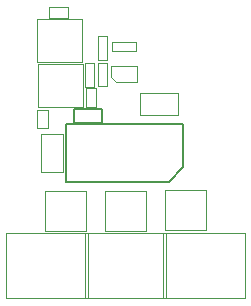
<source format=gbr>
G04 #@! TF.GenerationSoftware,KiCad,Pcbnew,(5.1.5-0)*
G04 #@! TF.CreationDate,2020-04-09T11:26:26+02:00*
G04 #@! TF.ProjectId,dxl-fan-module,64786c2d-6661-46e2-9d6d-6f64756c652e,rev?*
G04 #@! TF.SameCoordinates,Original*
G04 #@! TF.FileFunction,Other,User*
%FSLAX46Y46*%
G04 Gerber Fmt 4.6, Leading zero omitted, Abs format (unit mm)*
G04 Created by KiCad (PCBNEW (5.1.5-0)) date 2020-04-09 11:26:26*
%MOMM*%
%LPD*%
G04 APERTURE LIST*
%ADD10C,0.150000*%
%ADD11C,0.125000*%
%ADD12C,0.050000*%
G04 APERTURE END LIST*
D10*
X69850000Y-64000000D02*
X69850000Y-62800000D01*
X72250000Y-64000000D02*
X69850000Y-64000000D01*
X72250000Y-62800000D02*
X72250000Y-64000000D01*
X69850000Y-62800000D02*
X72250000Y-62800000D01*
D11*
X73437500Y-60525000D02*
X73012500Y-60150000D01*
X73437500Y-60525000D02*
X75212500Y-60525000D01*
X73012500Y-59175000D02*
X73012500Y-60150000D01*
X75212500Y-59175000D02*
X73012500Y-59175000D01*
X75212500Y-60525000D02*
X75212500Y-59175000D01*
D12*
X66812500Y-59050000D02*
X70612500Y-59050000D01*
X70612500Y-59050000D02*
X70612500Y-62650000D01*
X70612500Y-62650000D02*
X66812500Y-62650000D01*
X66812500Y-62650000D02*
X66812500Y-59050000D01*
X70588000Y-58850000D02*
X66788000Y-58850000D01*
X66788000Y-58850000D02*
X66788000Y-55250000D01*
X66788000Y-55250000D02*
X70588000Y-55250000D01*
X70588000Y-55250000D02*
X70588000Y-58850000D01*
X68980000Y-64985000D02*
X68980000Y-68185000D01*
X68980000Y-68185000D02*
X67080000Y-68185000D01*
X67080000Y-64985000D02*
X67080000Y-68185000D01*
X68980000Y-64985000D02*
X67080000Y-64985000D01*
X72712500Y-58929411D02*
X72712500Y-60929411D01*
X72712500Y-58929411D02*
X71912500Y-58929411D01*
X71912500Y-60929411D02*
X72712500Y-60929411D01*
X71912500Y-60929411D02*
X71912500Y-58929411D01*
X71912500Y-58650000D02*
X71912500Y-56650000D01*
X71912500Y-58650000D02*
X72712500Y-58650000D01*
X72712500Y-56650000D02*
X71912500Y-56650000D01*
X72712500Y-56650000D02*
X72712500Y-58650000D01*
X71612500Y-58950000D02*
X71612500Y-60950000D01*
X71612500Y-58950000D02*
X70812500Y-58950000D01*
X70812500Y-60950000D02*
X71612500Y-60950000D01*
X70812500Y-60950000D02*
X70812500Y-58950000D01*
X75112500Y-57950000D02*
X73112500Y-57950000D01*
X75112500Y-57950000D02*
X75112500Y-57150000D01*
X73112500Y-57150000D02*
X73112500Y-57950000D01*
X73112500Y-57150000D02*
X75112500Y-57150000D01*
X67800000Y-54225000D02*
X69400000Y-54225000D01*
X67800000Y-54225000D02*
X67800000Y-55125000D01*
X69400000Y-55125000D02*
X69400000Y-54225000D01*
X69400000Y-55125000D02*
X67800000Y-55125000D01*
X67660000Y-62885000D02*
X67660000Y-64485000D01*
X67660000Y-62885000D02*
X66760000Y-62885000D01*
X66760000Y-64485000D02*
X67660000Y-64485000D01*
X66760000Y-64485000D02*
X66760000Y-62885000D01*
X70862500Y-62650000D02*
X70862500Y-61050000D01*
X70862500Y-62650000D02*
X71762500Y-62650000D01*
X71762500Y-61050000D02*
X70862500Y-61050000D01*
X71762500Y-61050000D02*
X71762500Y-62650000D01*
D10*
X69237500Y-69000000D02*
X77887500Y-69000000D01*
X69237500Y-64100000D02*
X69237500Y-69000000D01*
X79137500Y-67750000D02*
X79137500Y-64100000D01*
X79137500Y-64100000D02*
X69237500Y-64100000D01*
X79137500Y-67750000D02*
X77887500Y-69000000D01*
D12*
X81050000Y-69725000D02*
X81050000Y-73125000D01*
X81050000Y-73125000D02*
X77550000Y-73125000D01*
X77550000Y-73125000D02*
X77550000Y-69725000D01*
X77550000Y-69725000D02*
X81050000Y-69725000D01*
X72500000Y-69755000D02*
X76000000Y-69755000D01*
X72500000Y-73155000D02*
X72500000Y-69755000D01*
X76000000Y-73155000D02*
X72500000Y-73155000D01*
X76000000Y-69755000D02*
X76000000Y-73155000D01*
X70900000Y-69775000D02*
X70900000Y-73175000D01*
X70900000Y-73175000D02*
X67400000Y-73175000D01*
X67400000Y-73175000D02*
X67400000Y-69775000D01*
X67400000Y-69775000D02*
X70900000Y-69775000D01*
X84350000Y-73375000D02*
X77450000Y-73375000D01*
X84350000Y-78875000D02*
X84350000Y-73375000D01*
X77450000Y-78875000D02*
X84350000Y-78875000D01*
X77450000Y-73375000D02*
X77450000Y-78875000D01*
X77700000Y-73375000D02*
X70800000Y-73375000D01*
X77700000Y-78875000D02*
X77700000Y-73375000D01*
X70800000Y-78875000D02*
X77700000Y-78875000D01*
X70800000Y-73375000D02*
X70800000Y-78875000D01*
X64150000Y-73375000D02*
X64150000Y-78875000D01*
X64150000Y-78875000D02*
X71050000Y-78875000D01*
X71050000Y-78875000D02*
X71050000Y-73375000D01*
X71050000Y-73375000D02*
X64150000Y-73375000D01*
X75450000Y-61475000D02*
X75450000Y-63375000D01*
X75450000Y-63375000D02*
X78650000Y-63375000D01*
X78650000Y-61475000D02*
X78650000Y-63375000D01*
X75450000Y-61475000D02*
X78650000Y-61475000D01*
M02*

</source>
